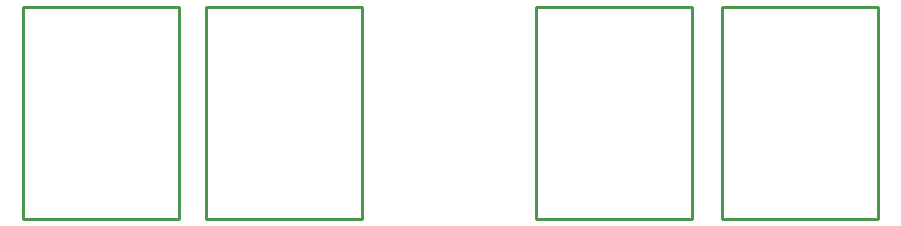
<source format=gbr>
G04 #@! TF.FileFunction,Drawing*
%FSLAX46Y46*%
G04 Gerber Fmt 4.6, Leading zero omitted, Abs format (unit mm)*
G04 Created by KiCad (PCBNEW 4.0.7) date 10/02/17 10:04:21*
%MOMM*%
%LPD*%
G01*
G04 APERTURE LIST*
%ADD10C,0.100000*%
%ADD11C,0.254000*%
G04 APERTURE END LIST*
D10*
D11*
X195961000Y-128056000D02*
X209161000Y-128056000D01*
X209161000Y-128056000D02*
X209161000Y-146056000D01*
X209161000Y-146056000D02*
X195961000Y-146056000D01*
X195961000Y-146056000D02*
X195961000Y-128056000D01*
X180217000Y-128056000D02*
X193417000Y-128056000D01*
X193417000Y-128056000D02*
X193417000Y-146056000D01*
X193417000Y-146056000D02*
X180217000Y-146056000D01*
X180217000Y-146056000D02*
X180217000Y-128056000D01*
X152277000Y-128056000D02*
X165477000Y-128056000D01*
X165477000Y-128056000D02*
X165477000Y-146056000D01*
X165477000Y-146056000D02*
X152277000Y-146056000D01*
X152277000Y-146056000D02*
X152277000Y-128056000D01*
X136783000Y-128056000D02*
X149983000Y-128056000D01*
X149983000Y-128056000D02*
X149983000Y-146056000D01*
X149983000Y-146056000D02*
X136783000Y-146056000D01*
X136783000Y-146056000D02*
X136783000Y-128056000D01*
M02*

</source>
